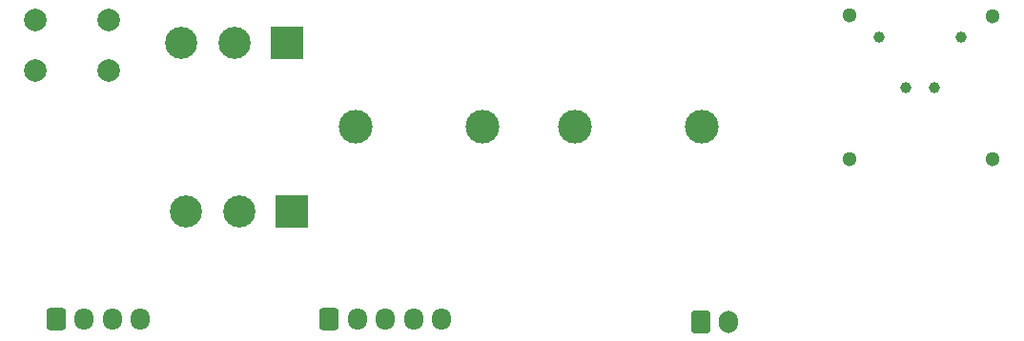
<source format=gbr>
%TF.GenerationSoftware,KiCad,Pcbnew,(6.0.1-0)*%
%TF.CreationDate,2022-04-07T08:57:17-04:00*%
%TF.ProjectId,interface-board,696e7465-7266-4616-9365-2d626f617264,rev?*%
%TF.SameCoordinates,Original*%
%TF.FileFunction,Soldermask,Bot*%
%TF.FilePolarity,Negative*%
%FSLAX46Y46*%
G04 Gerber Fmt 4.6, Leading zero omitted, Abs format (unit mm)*
G04 Created by KiCad (PCBNEW (6.0.1-0)) date 2022-04-07 08:57:17*
%MOMM*%
%LPD*%
G01*
G04 APERTURE LIST*
G04 Aperture macros list*
%AMRoundRect*
0 Rectangle with rounded corners*
0 $1 Rounding radius*
0 $2 $3 $4 $5 $6 $7 $8 $9 X,Y pos of 4 corners*
0 Add a 4 corners polygon primitive as box body*
4,1,4,$2,$3,$4,$5,$6,$7,$8,$9,$2,$3,0*
0 Add four circle primitives for the rounded corners*
1,1,$1+$1,$2,$3*
1,1,$1+$1,$4,$5*
1,1,$1+$1,$6,$7*
1,1,$1+$1,$8,$9*
0 Add four rect primitives between the rounded corners*
20,1,$1+$1,$2,$3,$4,$5,0*
20,1,$1+$1,$4,$5,$6,$7,0*
20,1,$1+$1,$6,$7,$8,$9,0*
20,1,$1+$1,$8,$9,$2,$3,0*%
G04 Aperture macros list end*
%ADD10C,3.000000*%
%ADD11RoundRect,0.250000X-0.600000X-0.750000X0.600000X-0.750000X0.600000X0.750000X-0.600000X0.750000X0*%
%ADD12O,1.700000X2.000000*%
%ADD13C,1.300000*%
%ADD14C,1.000000*%
%ADD15RoundRect,0.250000X-0.600000X-0.725000X0.600000X-0.725000X0.600000X0.725000X-0.600000X0.725000X0*%
%ADD16O,1.700000X1.950000*%
%ADD17C,2.000000*%
%ADD18R,2.850000X2.850000*%
%ADD19C,2.850000*%
G04 APERTURE END LIST*
D10*
%TO.C,RV1*%
X138125000Y-59500000D03*
X126875000Y-59500000D03*
%TD*%
D11*
%TO.C,J3*%
X138000000Y-76800000D03*
D12*
X140500000Y-76800000D03*
%TD*%
D13*
%TO.C,SW3*%
X163900000Y-49650000D03*
X151200000Y-49600000D03*
X163900000Y-62350000D03*
X151200000Y-62350000D03*
D14*
X153850000Y-51500000D03*
X161100000Y-51500000D03*
X156200000Y-56000000D03*
X158800000Y-56000000D03*
%TD*%
D15*
%TO.C,J1*%
X105000000Y-76550000D03*
D16*
X107500000Y-76550000D03*
X110000000Y-76550000D03*
X112500000Y-76550000D03*
X115000000Y-76550000D03*
%TD*%
D17*
%TO.C,SW4*%
X85450000Y-54450000D03*
X78950000Y-54450000D03*
X78950000Y-49950000D03*
X85450000Y-49950000D03*
%TD*%
D15*
%TO.C,J2*%
X80750000Y-76550000D03*
D16*
X83250000Y-76550000D03*
X85750000Y-76550000D03*
X88250000Y-76550000D03*
%TD*%
D18*
%TO.C,SW1*%
X101300000Y-52000000D03*
D19*
X96600000Y-52000000D03*
X91900000Y-52000000D03*
%TD*%
D10*
%TO.C,RV2*%
X118625000Y-59500000D03*
X107375000Y-59500000D03*
%TD*%
D18*
%TO.C,SW2*%
X101700000Y-67000000D03*
D19*
X97000000Y-67000000D03*
X92300000Y-67000000D03*
%TD*%
M02*

</source>
